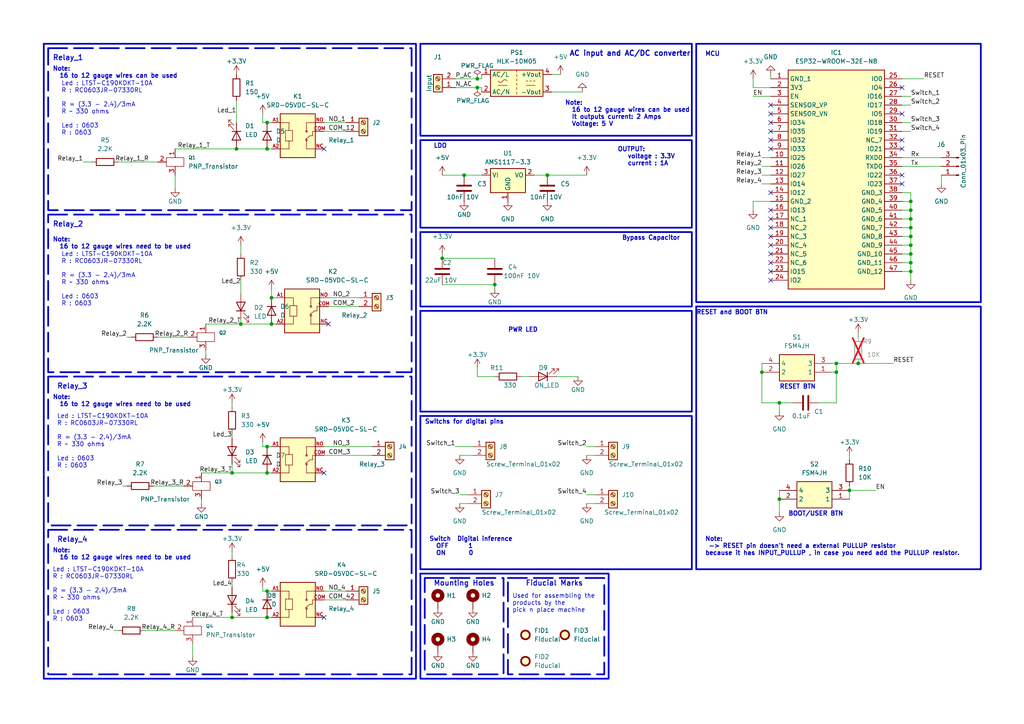
<source format=kicad_sch>
(kicad_sch (version 20230121) (generator eeschema)
  (paper "A4")
  (title_block (title "ESP32_Relay") (date "2024-04-05") (rev "Version : 1") (company "lipson's lab"))
  (lib_symbols
    (symbol "Connector:Conn_01x03_Pin" (pin_names (offset 1.016) hide)
      (property "Reference" "J" (at 0 5.08 0))
      (property "Value" "Conn_01x03_Pin" (at 0 -5.08 0))
      (symbol "Conn_01x03_Pin_1_1"
        (pin passive line (at 5.08 2.54 180) (length 3.81) (name "Pin_1") (number "1"))
        (pin passive line (at 5.08 0 180) (length 3.81) (name "Pin_2") (number "2"))
        (pin passive line (at 5.08 -2.54 180) (length 3.81) (name "Pin_3") (number "3"))
      )
    )
    (symbol "Connector:Screw_Terminal_01x02" (pin_names (offset 1.016) hide)
      (property "Reference" "J" (at 0 2.54 0))
      (property "Value" "Screw_Terminal_01x02" (at 0 -5.08 0))
      (symbol "Screw_Terminal_01x02_1_1"
        (pin passive line (at -5.08 0 0) (length 3.81) (name "Pin_1") (number "1"))
        (pin passive line (at -5.08 -2.54 0) (length 3.81) (name "Pin_2") (number "2"))
      )
    )
    (symbol "Converter_ACDC:HLK-10M05"
      (property "Reference" "PS" (at 0 5.08 0))
      (property "Value" "HLK-10M05" (at 0 -5.08 0))
      (symbol "HLK-10M05_1_1"
        (pin power_in line (at -10.16 2.54 0) (length 2.54) (name "AC/L") (number "1"))
        (pin power_in line (at -10.16 -2.54 0) (length 2.54) (name "AC/N") (number "2"))
        (pin power_out line (at 10.16 -2.54 180) (length 2.54) (name "-Vout") (number "3"))
        (pin power_out line (at 10.16 2.54 180) (length 2.54) (name "+Vout") (number "4"))
      )
    )
    (symbol "Device:C" (pin_numbers hide) (pin_names (offset 0.254))
      (property "Reference" "C" (at 0.635 2.54 0))
      (property "Value" "C" (at 0.635 -2.54 0))
      (symbol "C_1_1"
        (pin passive line (at 0 3.81 270) (length 2.794) (name "~") (number "1"))
        (pin passive line (at 0 -3.81 90) (length 2.794) (name "~") (number "2"))
      )
    )
    (symbol "Device:D" (pin_numbers hide) (pin_names (offset 1.016) hide)
      (property "Reference" "D" (at 0 2.54 0))
      (property "Value" "D" (at 0 -2.54 0))
      (symbol "D_1_1"
        (pin passive line (at -3.81 0 0) (length 2.54) (name "K") (number "1"))
        (pin passive line (at 3.81 0 180) (length 2.54) (name "A") (number "2"))
      )
    )
    (symbol "Device:LED" (pin_numbers hide) (pin_names (offset 1.016) hide)
      (property "Reference" "D" (at 0 2.54 0))
      (property "Value" "LED" (at 0 -2.54 0))
      (symbol "LED_1_1"
        (pin passive line (at -3.81 0 0) (length 2.54) (name "K") (number "1"))
        (pin passive line (at 3.81 0 180) (length 2.54) (name "A") (number "2"))
      )
    )
    (symbol "Device:R" (pin_numbers hide) (pin_names (offset 0))
      (property "Reference" "R" (at 2.032 0 90))
      (property "Value" "R" (at 0 0 90))
      (symbol "R_1_1"
        (pin passive line (at 0 3.81 270) (length 1.27) (name "~") (number "1"))
        (pin passive line (at 0 -3.81 90) (length 1.27) (name "~") (number "2"))
      )
    )
    (symbol "ESP32-WROOM-32E-N8:ESP32-WROOM-32E-N8"
      (property "Reference" "IC" (at 34.29 7.62 0))
      (property "Value" "ESP32-WROOM-32E-N8" (at 34.29 5.08 0))
      (symbol "ESP32-WROOM-32E-N8_1_1"
        (pin passive line (at 0 0 0) (length 5.08) (name "GND_1") (number "1"))
        (pin passive line (at 0 -22.86 0) (length 5.08) (name "IO25") (number "10"))
        (pin passive line (at 0 -25.4 0) (length 5.08) (name "IO26") (number "11"))
        (pin passive line (at 0 -27.94 0) (length 5.08) (name "IO27") (number "12"))
        (pin passive line (at 0 -30.48 0) (length 5.08) (name "IO14") (number "13"))
        (pin passive line (at 0 -33.02 0) (length 5.08) (name "IO12") (number "14"))
        (pin passive line (at 0 -35.56 0) (length 5.08) (name "GND_2") (number "15"))
        (pin passive line (at 0 -38.1 0) (length 5.08) (name "IO13") (number "16"))
        (pin passive line (at 0 -40.64 0) (length 5.08) (name "NC_1") (number "17"))
        (pin passive line (at 0 -43.18 0) (length 5.08) (name "NC_2") (number "18"))
        (pin passive line (at 0 -45.72 0) (length 5.08) (name "NC_3") (number "19"))
        (pin passive line (at 0 -2.54 0) (length 5.08) (name "3V3") (number "2"))
        (pin passive line (at 0 -48.26 0) (length 5.08) (name "NC_4") (number "20"))
        (pin passive line (at 0 -50.8 0) (length 5.08) (name "NC_5") (number "21"))
        (pin passive line (at 0 -53.34 0) (length 5.08) (name "NC_6") (number "22"))
        (pin passive line (at 0 -55.88 0) (length 5.08) (name "IO15") (number "23"))
        (pin passive line (at 0 -58.42 0) (length 5.08) (name "IO2") (number "24"))
        (pin passive line (at 38.1 0 180) (length 5.08) (name "IO0") (number "25"))
        (pin passive line (at 38.1 -2.54 180) (length 5.08) (name "IO4") (number "26"))
        (pin passive line (at 38.1 -5.08 180) (length 5.08) (name "IO16") (number "27"))
        (pin passive line (at 38.1 -7.62 180) (length 5.08) (name "IO17") (number "28"))
        (pin passive line (at 38.1 -10.16 180) (length 5.08) (name "IO5") (number "29"))
        (pin passive line (at 0 -5.08 0) (length 5.08) (name "EN") (number "3"))
        (pin passive line (at 38.1 -12.7 180) (length 5.08) (name "IO18") (number "30"))
        (pin passive line (at 38.1 -15.24 180) (length 5.08) (name "IO19") (number "31"))
        (pin passive line (at 38.1 -17.78 180) (length 5.08) (name "NC_7") (number "32"))
        (pin passive line (at 38.1 -20.32 180) (length 5.08) (name "IO21") (number "33"))
        (pin passive line (at 38.1 -22.86 180) (length 5.08) (name "RXD0") (number "34"))
        (pin passive line (at 38.1 -25.4 180) (length 5.08) (name "TXD0") (number "35"))
        (pin passive line (at 38.1 -27.94 180) (length 5.08) (name "IO22") (number "36"))
        (pin passive line (at 38.1 -30.48 180) (length 5.08) (name "IO23") (number "37"))
        (pin passive line (at 38.1 -33.02 180) (length 5.08) (name "GND_3") (number "38"))
        (pin passive line (at 38.1 -35.56 180) (length 5.08) (name "GND_4") (number "39"))
        (pin passive line (at 0 -7.62 0) (length 5.08) (name "SENSOR_VP") (number "4"))
        (pin passive line (at 38.1 -38.1 180) (length 5.08) (name "GND_5") (number "40"))
        (pin passive line (at 38.1 -40.64 180) (length 5.08) (name "GND_6") (number "41"))
        (pin passive line (at 38.1 -43.18 180) (length 5.08) (name "GND_7") (number "42"))
        (pin passive line (at 38.1 -45.72 180) (length 5.08) (name "GND_8") (number "43"))
        (pin passive line (at 38.1 -48.26 180) (length 5.08) (name "GND_9") (number "44"))
        (pin passive line (at 38.1 -50.8 180) (length 5.08) (name "GND_10") (number "45"))
        (pin passive line (at 38.1 -53.34 180) (length 5.08) (name "GND_11") (number "46"))
        (pin passive line (at 38.1 -55.88 180) (length 5.08) (name "GND_12") (number "47"))
        (pin passive line (at 0 -10.16 0) (length 5.08) (name "SENSOR_VN") (number "5"))
        (pin passive line (at 0 -12.7 0) (length 5.08) (name "IO34") (number "6"))
        (pin passive line (at 0 -15.24 0) (length 5.08) (name "IO35") (number "7"))
        (pin passive line (at 0 -17.78 0) (length 5.08) (name "IO32") (number "8"))
        (pin passive line (at 0 -20.32 0) (length 5.08) (name "IO33") (number "9"))
      )
    )
    (symbol "FSM4JH:FSM4JH"
      (property "Reference" "S" (at 16.51 7.62 0))
      (property "Value" "FSM4JH" (at 16.51 5.08 0))
      (symbol "FSM4JH_1_1"
        (pin passive line (at 0 0 0) (length 5.08) (name "1") (number "1"))
        (pin passive line (at 20.32 0 180) (length 5.08) (name "2") (number "2"))
        (pin passive line (at 0 -2.54 0) (length 5.08) (name "3") (number "3"))
        (pin passive line (at 20.32 -2.54 180) (length 5.08) (name "4") (number "4"))
      )
    )
    (symbol "Mechanical:Fiducial"
      (property "Reference" "FID" (at 0 5.08 0))
      (property "Value" "Fiducial" (at 0 3.175 0))
    )
    (symbol "Mechanical:MountingHole_Pad" (pin_numbers hide) (pin_names (offset 1.016) hide)
      (property "Reference" "H" (at 0 6.35 0))
      (property "Value" "MountingHole_Pad" (at 0 4.445 0))
      (symbol "MountingHole_Pad_1_1"
        (pin input line (at 0 -2.54 90) (length 2.54) (name "1") (number "1"))
      )
    )
    (symbol "Regulator_Linear:AMS1117-3.3"
      (property "Reference" "U" (at -3.81 3.175 0))
      (property "Value" "AMS1117-3.3" (at 0 3.175 0))
      (symbol "AMS1117-3.3_1_1"
        (pin power_in line (at 0 -7.62 90) (length 2.54) (name "GND") (number "1"))
        (pin power_out line (at 7.62 0 180) (length 2.54) (name "VO") (number "2"))
        (pin power_in line (at -7.62 0 0) (length 2.54) (name "VI") (number "3"))
      )
    )
    (symbol "S8550 2TY_PNP_SOT-23_SMD:S8550_2TY_PNP"
      (property "Reference" "Q" (at 1.27 2.54 0))
      (property "Value" "PNP_Transistor" (at 0 -11.43 0))
      (symbol "S8550_2TY_PNP_1_1"
        (pin passive line (at 0 3.81 270) (length 2.54) (name "") (number "1"))
        (pin passive line (at -5.08 0 0) (length 2.54) (name "") (number "2"))
        (pin passive line (at 0 -3.81 90) (length 2.54) (name "") (number "3"))
      )
    )
    (symbol "SRD-05VDC-SL-C:SRD-05VDC-SL-C" (pin_names (offset 1.016))
      (property "Reference" "K" (at -5.0809 5.843 0))
      (property "Value" "SRD-05VDC-SL-C" (at -5.0832 -10.1664 0))
      (symbol "SRD-05VDC-SL-C_0_0"
        (pin passive line (at -7.62 2.54 0) (length 2.54) (name "~") (number "A1"))
        (pin passive line (at -7.62 -5.08 0) (length 2.54) (name "~") (number "A2"))
        (pin passive line (at 7.62 0 180) (length 2.54) (name "~") (number "COM"))
        (pin passive line (at 7.62 -5.08 180) (length 2.54) (name "~") (number "NC"))
        (pin passive line (at 7.62 2.54 180) (length 2.54) (name "~") (number "NO"))
      )
    )
    (symbol "power:+3.3V" (power) (pin_names (offset 0))
      (property "Value" "+3.3V" (at 0 3.556 0))
      (symbol "+3.3V_1_1"
        (pin power_in line (at 0 0 90) (length 0) hide (name "+3.3V") (number "1"))
      )
    )
    (symbol "power:+5V" (power) (pin_names (offset 0))
      (property "Value" "+5V" (at 0 3.556 0))
      (symbol "+5V_1_1"
        (pin power_in line (at 0 0 90) (length 0) hide (name "+5V") (number "1"))
      )
    )
    (symbol "power:GND" (power) (pin_names (offset 0))
      (property "Value" "GND" (at 0 -3.81 0))
      (symbol "GND_1_1"
        (pin power_in line (at 0 0 270) (length 0) hide (name "GND") (number "1"))
      )
    )
    (symbol "power:PWR_FLAG" (power) (pin_numbers hide) (pin_names (offset 0) hide)
      (property "Value" "PWR_FLAG" (at 0 3.81 0))
      (symbol "PWR_FLAG_0_0"
        (pin power_out line (at 0 0 90) (length 0) (name "pwr") (number "1"))
      )
    )
  )
  (junction (at 143.51 82.55))
  (junction (at 246.38 142.24))
  (junction (at 264.16 78.74))
  (junction (at 264.16 71.12))
  (junction (at 69.85 93.98))
  (junction (at 264.16 60.96))
  (junction (at 242.57 105.41))
  (junction (at 264.16 63.5))
  (junction (at 264.16 58.42))
  (junction (at 77.47 171.45))
  (junction (at 248.92 105.41))
  (junction (at 134.62 50.8))
  (junction (at 138.43 25.4))
  (junction (at 77.47 137.16))
  (junction (at 67.31 137.16))
  (junction (at 226.06 116.84))
  (junction (at 78.74 93.98))
  (junction (at 158.75 50.8))
  (junction (at 77.47 129.54))
  (junction (at 264.16 66.04))
  (junction (at 128.27 74.93))
  (junction (at 138.43 22.86))
  (junction (at 264.16 68.58))
  (junction (at 226.06 144.78))
  (junction (at 67.31 179.07))
  (junction (at 264.16 73.66))
  (junction (at 77.47 179.07))
  (junction (at 264.16 76.2))
  (junction (at 77.47 43.18))
  (junction (at 220.98 107.95))
  (junction (at 68.58 43.18))
  (junction (at 77.47 35.56))
  (junction (at 242.57 107.95))
  (junction (at 78.74 86.36))
  (no_connect (at 223.52 71.12))
  (no_connect (at 223.52 30.48))
  (no_connect (at 223.52 38.1))
  (no_connect (at 95.25 93.98))
  (no_connect (at 223.52 35.56))
  (no_connect (at 261.62 50.8))
  (no_connect (at 223.52 63.5))
  (no_connect (at 261.62 53.34))
  (no_connect (at 93.98 43.18))
  (no_connect (at 223.52 40.64))
  (no_connect (at 223.52 73.66))
  (no_connect (at 93.98 137.16))
  (no_connect (at 223.52 60.96))
  (no_connect (at 223.52 55.88))
  (no_connect (at 223.52 78.74))
  (no_connect (at 261.62 40.64))
  (no_connect (at 223.52 43.18))
  (no_connect (at 261.62 25.4))
  (no_connect (at 223.52 68.58))
  (no_connect (at 261.62 43.18))
  (no_connect (at 93.98 179.07))
  (no_connect (at 223.52 33.02))
  (no_connect (at 223.52 76.2))
  (no_connect (at 223.52 66.04))
  (no_connect (at 223.52 81.28))
  (no_connect (at 261.62 33.02))
  (wire (pts (xy 226.06 116.84) (xy 226.06 119.38)))
  (wire (pts (xy 261.62 38.1) (xy 264.16 38.1)))
  (wire (pts (xy 226.06 142.24) (xy 226.06 144.78)))
  (wire (pts (xy 229.87 116.84) (xy 226.06 116.84)))
  (wire (pts (xy 273.05 50.8) (xy 273.05 53.34)))
  (wire (pts (xy 220.98 107.95) (xy 220.98 116.84)))
  (wire (pts (xy 220.98 45.72) (xy 223.52 45.72)))
  (wire (pts (xy 264.16 73.66) (xy 264.16 76.2)))
  (wire (pts (xy 170.18 132.08) (xy 172.72 132.08)))
  (wire (pts (xy 67.31 137.16) (xy 77.47 137.16)))
  (wire (pts (xy 69.85 81.28) (xy 69.85 85.09)))
  (wire (pts (xy 33.02 182.88) (xy 34.29 182.88)))
  (wire (pts (xy 261.62 30.48) (xy 264.16 30.48)))
  (wire (pts (xy 59.69 93.98) (xy 69.85 93.98)))
  (wire (pts (xy 242.57 107.95) (xy 242.57 105.41)))
  (wire (pts (xy 58.42 137.16) (xy 67.31 137.16)))
  (wire (pts (xy 261.62 63.5) (xy 264.16 63.5)))
  (wire (pts (xy 242.57 105.41) (xy 248.92 105.41)))
  (wire (pts (xy 161.29 109.22) (xy 167.64 109.22)))
  (wire (pts (xy 218.44 60.96) (xy 218.44 58.42)))
  (wire (pts (xy 93.98 38.1) (xy 100.33 38.1)))
  (wire (pts (xy 78.74 86.36) (xy 80.01 86.36)))
  (wire (pts (xy 45.72 97.79) (xy 54.61 97.79)))
  (wire (pts (xy 69.85 71.12) (xy 69.85 73.66)))
  (wire (pts (xy 133.35 132.08) (xy 137.16 132.08)))
  (wire (pts (xy 170.18 129.54) (xy 172.72 129.54)))
  (wire (pts (xy 95.25 86.36) (xy 104.14 86.36)))
  (wire (pts (xy 220.98 48.26) (xy 223.52 48.26)))
  (wire (pts (xy 93.98 35.56) (xy 100.33 35.56)))
  (wire (pts (xy 50.8 50.8) (xy 50.8 54.61)))
  (wire (pts (xy 58.42 146.05) (xy 58.42 144.78)))
  (wire (pts (xy 139.7 25.4) (xy 139.7 26.67)))
  (wire (pts (xy 261.62 68.58) (xy 264.16 68.58)))
  (wire (pts (xy 261.62 58.42) (xy 264.16 58.42)))
  (wire (pts (xy 67.31 125.73) (xy 67.31 127)))
  (wire (pts (xy 261.62 22.86) (xy 267.97 22.86)))
  (wire (pts (xy 76.2 129.54) (xy 77.47 129.54)))
  (wire (pts (xy 246.38 140.97) (xy 246.38 142.24)))
  (wire (pts (xy 170.18 146.05) (xy 172.72 146.05)))
  (wire (pts (xy 78.74 93.98) (xy 80.01 93.98)))
  (wire (pts (xy 261.62 55.88) (xy 264.16 55.88)))
  (wire (pts (xy 36.83 97.79) (xy 38.1 97.79)))
  (wire (pts (xy 133.35 146.05) (xy 135.89 146.05)))
  (wire (pts (xy 67.31 177.8) (xy 67.31 179.07)))
  (wire (pts (xy 128.27 74.93) (xy 143.51 74.93)))
  (wire (pts (xy 77.47 43.18) (xy 78.74 43.18)))
  (wire (pts (xy 248.92 96.52) (xy 248.92 97.79)))
  (wire (pts (xy 261.62 78.74) (xy 264.16 78.74)))
  (wire (pts (xy 77.47 179.07) (xy 78.74 179.07)))
  (wire (pts (xy 134.62 50.8) (xy 139.7 50.8)))
  (wire (pts (xy 132.08 25.4) (xy 138.43 25.4)))
  (wire (pts (xy 237.49 116.84) (xy 242.57 116.84)))
  (wire (pts (xy 69.85 93.98) (xy 78.74 93.98)))
  (wire (pts (xy 138.43 25.4) (xy 139.7 25.4)))
  (wire (pts (xy 162.56 21.59) (xy 160.02 21.59)))
  (wire (pts (xy 138.43 109.22) (xy 143.51 109.22)))
  (wire (pts (xy 76.2 170.18) (xy 76.2 171.45)))
  (wire (pts (xy 35.56 140.97) (xy 36.83 140.97)))
  (wire (pts (xy 246.38 142.24) (xy 246.38 144.78)))
  (wire (pts (xy 68.58 29.21) (xy 68.58 35.56)))
  (wire (pts (xy 50.8 43.18) (xy 68.58 43.18)))
  (wire (pts (xy 44.45 140.97) (xy 53.34 140.97)))
  (wire (pts (xy 218.44 22.86) (xy 218.44 25.4)))
  (wire (pts (xy 76.2 33.02) (xy 76.2 35.56)))
  (wire (pts (xy 241.3 105.41) (xy 242.57 105.41)))
  (wire (pts (xy 261.62 71.12) (xy 264.16 71.12)))
  (wire (pts (xy 128.27 50.8) (xy 134.62 50.8)))
  (wire (pts (xy 242.57 116.84) (xy 242.57 107.95)))
  (wire (pts (xy 264.16 55.88) (xy 264.16 58.42)))
  (wire (pts (xy 78.74 83.82) (xy 78.74 86.36)))
  (wire (pts (xy 95.25 88.9) (xy 104.14 88.9)))
  (wire (pts (xy 77.47 35.56) (xy 78.74 35.56)))
  (wire (pts (xy 77.47 137.16) (xy 78.74 137.16)))
  (wire (pts (xy 139.7 22.86) (xy 139.7 21.59)))
  (wire (pts (xy 154.94 50.8) (xy 158.75 50.8)))
  (wire (pts (xy 67.31 179.07) (xy 77.47 179.07)))
  (wire (pts (xy 261.62 27.94) (xy 264.16 27.94)))
  (wire (pts (xy 264.16 68.58) (xy 264.16 71.12)))
  (wire (pts (xy 261.62 45.72) (xy 273.05 45.72)))
  (wire (pts (xy 77.47 171.45) (xy 78.74 171.45)))
  (wire (pts (xy 218.44 58.42) (xy 223.52 58.42)))
  (wire (pts (xy 170.18 143.51) (xy 172.72 143.51)))
  (wire (pts (xy 128.27 82.55) (xy 143.51 82.55)))
  (wire (pts (xy 261.62 66.04) (xy 264.16 66.04)))
  (wire (pts (xy 67.31 168.91) (xy 67.31 170.18)))
  (wire (pts (xy 264.16 58.42) (xy 264.16 60.96)))
  (wire (pts (xy 76.2 128.27) (xy 76.2 129.54)))
  (wire (pts (xy 220.98 50.8) (xy 223.52 50.8)))
  (wire (pts (xy 138.43 22.86) (xy 139.7 22.86)))
  (wire (pts (xy 226.06 144.78) (xy 226.06 148.59)))
  (wire (pts (xy 67.31 161.29) (xy 67.31 160.02)))
  (wire (pts (xy 261.62 35.56) (xy 264.16 35.56)))
  (wire (pts (xy 68.58 43.18) (xy 77.47 43.18)))
  (wire (pts (xy 69.85 92.71) (xy 69.85 93.98)))
  (wire (pts (xy 264.16 63.5) (xy 264.16 66.04)))
  (wire (pts (xy 223.52 21.59) (xy 223.52 22.86)))
  (wire (pts (xy 241.3 107.95) (xy 242.57 107.95)))
  (wire (pts (xy 67.31 134.62) (xy 67.31 137.16)))
  (wire (pts (xy 261.62 60.96) (xy 264.16 60.96)))
  (wire (pts (xy 132.08 129.54) (xy 137.16 129.54)))
  (wire (pts (xy 160.02 26.67) (xy 168.91 26.67)))
  (wire (pts (xy 218.44 25.4) (xy 223.52 25.4)))
  (wire (pts (xy 128.27 73.66) (xy 128.27 74.93)))
  (wire (pts (xy 55.88 186.69) (xy 55.88 190.5)))
  (wire (pts (xy 220.98 116.84) (xy 226.06 116.84)))
  (wire (pts (xy 24.13 46.99) (xy 26.67 46.99)))
  (wire (pts (xy 220.98 53.34) (xy 223.52 53.34)))
  (wire (pts (xy 248.92 105.41) (xy 259.08 105.41)))
  (wire (pts (xy 264.16 76.2) (xy 264.16 78.74)))
  (wire (pts (xy 138.43 106.68) (xy 138.43 109.22)))
  (wire (pts (xy 34.29 46.99) (xy 45.72 46.99)))
  (wire (pts (xy 218.44 27.94) (xy 223.52 27.94)))
  (wire (pts (xy 151.13 109.22) (xy 153.67 109.22)))
  (wire (pts (xy 158.75 50.8) (xy 170.18 50.8)))
  (wire (pts (xy 220.98 105.41) (xy 220.98 107.95)))
  (wire (pts (xy 76.2 171.45) (xy 77.47 171.45)))
  (wire (pts (xy 143.51 83.82) (xy 143.51 82.55)))
  (wire (pts (xy 76.2 35.56) (xy 77.47 35.56)))
  (wire (pts (xy 264.16 60.96) (xy 264.16 63.5)))
  (wire (pts (xy 261.62 76.2) (xy 264.16 76.2)))
  (wire (pts (xy 264.16 78.74) (xy 264.16 81.28)))
  (wire (pts (xy 77.47 129.54) (xy 78.74 129.54)))
  (wire (pts (xy 93.98 173.99) (xy 100.33 173.99)))
  (wire (pts (xy 261.62 48.26) (xy 273.05 48.26)))
  (wire (pts (xy 55.88 179.07) (xy 67.31 179.07)))
  (wire (pts (xy 41.91 182.88) (xy 50.8 182.88)))
  (wire (pts (xy 246.38 133.35) (xy 246.38 132.08)))
  (wire (pts (xy 264.16 66.04) (xy 264.16 68.58)))
  (wire (pts (xy 261.62 73.66) (xy 264.16 73.66)))
  (wire (pts (xy 93.98 132.08) (xy 107.95 132.08)))
  (wire (pts (xy 59.69 101.6) (xy 59.69 102.87)))
  (wire (pts (xy 93.98 171.45) (xy 100.33 171.45)))
  (wire (pts (xy 93.98 129.54) (xy 107.95 129.54)))
  (wire (pts (xy 254 142.24) (xy 246.38 142.24)))
  (wire (pts (xy 133.35 143.51) (xy 135.89 143.51)))
  (wire (pts (xy 132.08 22.86) (xy 138.43 22.86)))
  (wire (pts (xy 67.31 116.84) (xy 67.31 118.11)))
  (wire (pts (xy 264.16 71.12) (xy 264.16 73.66)))
  (rectangle (start 201.93 88.9) (end 284.48 165.1) (stroke (width 0.5)))
  (rectangle (start 121.92 90.17) (end 200.66 119.38) (stroke (width 0.5)))
  (rectangle (start 147.32 167.64) (end 175.26 195.58) (stroke (width 0.5) (type dash)))
  (rectangle (start 121.92 120.65) (end 200.66 165.1) (stroke (width 0.5)))
  (rectangle (start 121.92 67.31) (end 200.66 88.9) (stroke (width 0.5)))
  (rectangle (start 121.92 12.7) (end 200.66 39.37) (stroke (width 0.5)))
  (rectangle (start 13.97 13.97) (end 119.38 60.96) (stroke (width 0.5) (type dash)))
  (rectangle (start 13.97 153.67) (end 119.38 195.58) (stroke (width 0.5) (type dash)))
  (rectangle (start 121.92 166.37) (end 176.53 196.85) (stroke (width 0.5)))
  (rectangle (start 12.7 12.7) (end 120.65 196.85) (stroke (width 0.5)))
  (rectangle (start 201.93 12.7) (end 284.48 87.63) (stroke (width 0.5)))
  (rectangle (start 13.97 62.23) (end 119.38 107.95) (stroke (width 0.5) (type dash)))
  (rectangle (start 123.19 167.64) (end 146.05 195.58) (stroke (width 0.5) (type dash)))
  (rectangle (start 13.97 109.22) (end 119.38 152.4) (stroke (width 0.5) (type dash)))
  (rectangle (start 121.92 40.64) (end 200.66 66.04) (stroke (width 0.5)))
  (text "Note:\n -> RESET pin doesn't need a external PULLUP resistor \nbecause it has INPUT_PULLUP , in case you need add the PULLUP resistor." (at 204.47 161.29 0) (effects (font (size 1.27 1.27) bold) (justify left bottom)))
  (text "Relay_4\n" (at 16.51 157.48 0) (effects (font (size 1.5 1.5) (thickness 0.254) bold) (justify left bottom)))
  (text "Led : LTST-C190KDKT-10A\nR : RC0603JR-07330RL\n\nR = (3.3 - 2.4)/3mA \nR ~ 330 ohms\n\nLed : 0603\nR : 0603\n" (at 17.78 88.9 0) (effects (font (size 1.27 1.27)) (justify left bottom)))
  (text "Led : LTST-C190KDKT-10A\nR : RC0603JR-07330RL\n\nR = (3.3 - 2.4)/3mA \nR ~ 330 ohms\n\nLed : 0603\nR : 0603\n" (at 16.51 135.89 0) (effects (font (size 1.27 1.27)) (justify left bottom)))
  (text "Relay_3\n" (at 16.51 113.03 0) (effects (font (size 1.5 1.5) (thickness 0.254) bold) (justify left bottom)))
  (text "Relay_1\n" (at 15.24 17.78 0) (effects (font (size 1.5 1.5) (thickness 0.254) bold) (justify left bottom)))
  (text "Used for assembling the \nproducts by the \npick n place machine" (at 148.59 177.8 0) (effects (font (size 1.27 1.27)) (justify left bottom)))
  (text "AC input and AC/DC converter\n" (at 165.1 16.51 0) (effects (font (size 1.5 1.5) (thickness 0.3) bold) (justify left bottom)))
  (text "OUTPUT:\n   voltage : 3.3V\n   current : 1A\n" (at 179.07 48.26 0) (effects (font (size 1.27 1.27) bold) (justify left bottom)))
  (text "PWR LED" (at 147.32 96.52 0) (effects (font (size 1.27 1.27) (thickness 0.254) bold) (justify left bottom)))
  (text "Fiducial Marks" (at 152.4 170.18 0) (effects (font (size 1.5 1.5) (thickness 0.254) bold) (justify left bottom)))
  (text "Relay_2\n" (at 15.24 66.04 0) (effects (font (size 1.5 1.5) (thickness 0.254) bold) (justify left bottom)))
  (text "Switch  Digital inference\n  OFF      1\n  ON       0" (at 124.46 161.29 0) (effects (font (size 1.27 1.27) bold) (justify left bottom)))
  (text "Note:\n  16 to 12 gauge wires need to be used\n" (at 15.24 162.56 0) (effects (font (size 1.27 1.27) (thickness 0.254) bold) (justify left bottom)))
  (text "RESET BTN\n" (at 226.06 113.03 0) (effects (font (size 1.27 1.27) bold) (justify left bottom)))
  (text "RESET and BOOT BTN" (at 201.93 91.44 0) (effects (font (size 1.27 1.27) bold) (justify left bottom)))
  (text "Led : LTST-C190KDKT-10A\nR : RC0603JR-07330RL\n\nR = (3.3 - 2.4)/3mA \nR ~ 330 ohms\n\nLed : 0603\nR : 0603\n" (at 15.24 180.34 0) (effects (font (size 1.27 1.27)) (justify left bottom)))
  (text "Led : LTST-C190KDKT-10A\nR : RC0603JR-07330RL\n\nR = (3.3 - 2.4)/3mA \nR ~ 330 ohms\n\nLed : 0603\nR : 0603\n" (at 17.78 39.37 0) (effects (font (size 1.27 1.27)) (justify left bottom)))
  (text "Switchs for digital pins " (at 123.19 123.19 0) (effects (font (size 1.27 1.27) (thickness 0.254) bold) (justify left bottom)))
  (text "Note:\n  16 to 12 gauge wires can be used\n  It outputs current: 2 Amps\n  Voltage: 5 V" (at 163.83 36.83 0) (effects (font (size 1.27 1.27) bold) (justify left bottom)))
  (text "Note:\n  16 to 12 gauge wires can be used\n" (at 15.24 22.86 0) (effects (font (size 1.27 1.27) (thickness 0.254) bold) (justify left bottom)))
  (text "Mounting Holes" (at 125.73 170.18 0) (effects (font (size 1.5 1.5) (thickness 0.254) bold) (justify left bottom)))
  (text "Note:\n  16 to 12 gauge wires need to be used\n" (at 15.24 72.39 0) (effects (font (size 1.27 1.27) (thickness 0.254) bold) (justify left bottom)))
  (text "Bypass Capacitor\n" (at 180.34 69.85 0) (effects (font (size 1.27 1.27) bold) (justify left bottom)))
  (text "MCU\n" (at 204.47 16.51 0) (effects (font (size 1.27 1.27) (thickness 0.254) bold) (justify left bottom)))
  (text "LDO\n" (at 125.73 43.18 0) (effects (font (size 1.27 1.27) bold) (justify left bottom)))
  (text "Note:\n  16 to 12 gauge wires need to be used\n" (at 15.24 118.11 0) (effects (font (size 1.27 1.27) (thickness 0.254) bold) (justify left bottom)))
  (text "BOOT/USER BTN" (at 228.6 149.86 0) (effects (font (size 1.27 1.27) bold) (justify left bottom)))
  (label "Relay_2" (at 36.83 97.79 180))
  (label "Switch_4" (at 170.18 143.51 180))
  (label "EN" (at 218.44 27.94 0))
  (label "COM_2" (at 96.52 88.9 0))
  (label "NO_3" (at 96.52 129.54 0))
  (label "Relay_4_T" (at 64.77 179.07 180))
  (label "Relay_2" (at 220.98 48.26 180))
  (label "Led_4" (at 67.31 170.18 180))
  (label "COM_4" (at 95.25 173.99 0))
  (label "Switch_3" (at 264.16 35.56 0))
  (label "Relay_1_T" (at 60.96 43.18 180))
  (label "Relay_3_R" (at 53.34 140.97 180))
  (label "Switch_3" (at 133.35 143.51 180))
  (label "Switch_4" (at 264.16 38.1 0))
  (label "RESET" (at 267.97 22.86 0))
  (label "Switch_2" (at 264.16 30.48 0))
  (label "Relay_3" (at 35.56 140.97 180))
  (label "Relay_1" (at 220.98 45.72 180))
  (label "Led_1" (at 68.58 33.02 180))
  (label "Tx" (at 264.16 48.26 0))
  (label "Relay_1_R" (at 43.18 46.99 180))
  (label "Relay_2_T" (at 69.85 93.98 180))
  (label "Relay_3_T" (at 67.31 137.16 180))
  (label "COM_3" (at 95.25 132.08 0))
  (label "Relay_4" (at 220.98 53.34 180))
  (label "Switch_1" (at 264.16 27.94 0))
  (label "Relay_4_R" (at 50.8 182.88 180))
  (label "Switch_1" (at 132.08 129.54 180))
  (label "Led_2" (at 69.85 82.55 180))
  (label "Relay_3" (at 220.98 50.8 180))
  (label "N_AC" (at 132.08 25.4 0))
  (label "Relay_1" (at 24.13 46.99 180))
  (label "Switch_2" (at 170.18 129.54 180))
  (label "Relay_2_R" (at 54.61 97.79 180))
  (label "RESET" (at 259.08 105.41 0))
  (label "NO_1" (at 95.25 35.56 0))
  (label "NO_4" (at 95.25 171.45 0))
  (label "COM_1" (at 95.25 38.1 0))
  (label "EN" (at 254 142.24 0))
  (label "Led_3" (at 67.31 127 180))
  (label "Relay_4" (at 33.02 182.88 180))
  (label "Rx" (at 264.16 45.72 0))
  (label "P_AC" (at 132.08 22.86 0))
  (label "NO_2" (at 96.52 86.36 0))
  (symbol (lib_id "power:GND") (at 167.64 109.22 0) (unit 1)
    (property "Reference" "#PWR036" (effects hide))
    (property "Value" "GND" (at 167.64 113.03 0))
  )
  (symbol (lib_id "power:GND") (at 50.8 54.61 0) (unit 1)
    (property "Reference" "#PWR07" (effects hide))
    (property "Value" "GND" (at 50.8 58.42 0))
  )
  (symbol (lib_id "Device:R") (at 30.48 46.99 270) (unit 1)
    (property "Reference" "R5" (at 30.48 40.64 90))
    (property "Value" "2.2K" (at 30.48 43.18 90))
    (property "Footprint" "Resistor_SMD:R_0805_2012Metric" (effects hide))
    (property "Datasheet" "https://www.vishay.com/docs/20035/dcrcwe3.pdf" (effects hide))
    (property "10 pcs" "2.08" (effects hide))
    (property "Availability" "Stock , Mouser" (effects hide))
    (property "Description" "Thick Film Resistors - SMD 1/8watt 2.2Kohms 1% 100ppm" (effects hide))
    (property "Manufacturer_Name" "Vishay / Dale" (effects hide))
    (property "Manufacturer_Part_Number" "CRCW08052K20FKEA" (effects hide))
    (property "Price" "8.30" (effects hide))
  )
  (symbol (lib_id "power:GND") (at 137.16 176.53 0) (unit 1)
    (property "Reference" "#PWR039" (effects hide))
    (property "Value" "GND" (at 137.16 180.34 0))
  )
  (symbol (lib_id "Device:C") (at 233.68 116.84 90) (unit 1)
    (property "Reference" "C1" (at 237.49 119.38 90))
    (property "Value" "0.1uF" (at 232.41 120.65 90))
    (property "Footprint" "Capacitor_SMD:C_0805_2012Metric" (effects hide))
    (property "Datasheet" "https://www.mouser.in/datasheet/2/447/KEM_C1002_X7R_SMD-3316098.pdf" (effects hide))
    (property "10 pcs" "6.72" (effects hide))
    (property "Availability" "Stock  , Mouser" (effects hide))
    (property "Description" "Multilayer Ceramic Capacitors MLCC - SMD/SMT 10V 0.1uF X7R 0805 5%" (effects hide))
    (property "Manufacturer_Name" "KEMET" (effects hide))
    (property "Manufacturer_Part_Number" "C0805C104J8RACTU" (effects hide))
    (property "Price" "8.30" (effects hide))
  )
  (symbol (lib_id "Device:R") (at 41.91 97.79 90) (unit 1)
    (property "Reference" "R6" (at 41.91 91.44 90))
    (property "Value" "2.2K" (at 41.91 93.98 90))
    (property "Footprint" "Resistor_SMD:R_0805_2012Metric" (effects hide))
    (property "Datasheet" "https://www.vishay.com/docs/20035/dcrcwe3.pdf" (effects hide))
    (property "10 pcs" "2.08" (effects hide))
    (property "Availability" "Stock , Mouser" (effects hide))
    (property "Description" "Thick Film Resistors - SMD 1/8watt 2.2Kohms 1% 100ppm" (effects hide))
    (property "Manufacturer_Name" "Vishay / Dale" (effects hide))
    (property "Manufacturer_Part_Number" "CRCW08052K20FKEA" (effects hide))
    (property "Price" "8.30" (effects hide))
  )
  (symbol (lib_id "Device:R") (at 40.64 140.97 90) (unit 1)
    (property "Reference" "R7" (at 40.64 134.62 90))
    (property "Value" "2.2K" (at 40.64 137.16 90))
    (property "Footprint" "Resistor_SMD:R_0805_2012Metric" (effects hide))
    (property "Datasheet" "https://www.vishay.com/docs/20035/dcrcwe3.pdf" (effects hide))
    (property "10 pcs" "2.08" (effects hide))
    (property "Availability" "Stock , Mouser" (effects hide))
    (property "Description" "Thick Film Resistors - SMD 1/8watt 2.2Kohms 1% 100ppm" (effects hide))
    (property "Manufacturer_Name" "Vishay / Dale" (effects hide))
    (property "Manufacturer_Part_Number" "CRCW08052K20FKEA" (effects hide))
    (property "Price" "8.30" (effects hide))
  )
  (symbol (lib_id "Device:C") (at 134.62 54.61 0) (unit 1)
    (property "Reference" "C3" (at 138.43 53.34 0) (effects (justify left)))
    (property "Value" "10nF 10V" (at 129.54 57.15 0) (effects (justify left)))
    (property "Footprint" "Capacitor_SMD:C_0805_2012Metric" (effects hide))
    (property "Datasheet" "https://www.we-online.com/components/products/datasheet/885012007009.pdf" (effects hide))
    (property "10 pcs" "15.36" (effects hide))
    (property "Availability" "Stock , Mouser" (effects hide))
    (property "Description" "Multilayer Ceramic Capacitors MLCC - SMD/SMT WCAP-CSGP 0.01uF 0805 5% 10V MLCC" (effects hide))
    (property "Manufacturer_Name" "Wurth Elektronik" (effects hide))
    (property "Manufacturer_Part_Number" "885012007009" (effects hide))
    (property "Price" "16.60" (effects hide))
  )
  (symbol (lib_id "ESP32-WROOM-32E-N8:ESP32-WROOM-32E-N8") (at 223.52 22.86 0) (unit 1)
    (property "Reference" "IC1" (at 242.57 15.24 0))
    (property "Value" "ESP32-WROOM-32E-N8" (at 242.57 17.78 0))
    (property "Footprint" "ESP32-WROOM-32E-N8:ESP32WROOM32EN8" (effects hide))
    (property "Datasheet" "https://www.google.com/url?sa=t&rct=j&q=&esrc=s&source=web&cd=&ved=2ahUKEwjLw4ysybv2AhXFzIUKHZUbB64QFnoECCwQAQ&url=https%3A%2F%2Fwww.espressif.com%2Fsites%2Fdefault%2Ffiles%2Fdocumentation%2Fesp32-wroom-32e_esp32-wroom-32ue_datasheet_en.pdf&usg=AOvVaw1xSL" (effects hide))
    (property "Mouser Part Number" "356-ESP32WRM32E164PH" (effects hide))
    (property "Mouser Price/Stock" "https://www.mouser.co.uk/ProductDetail/Espressif-Systems/ESP32-WROOM-32E-N8?qs=Li%252BoUPsLEnsLnZW%252BGLgUhw%3D%3D" (effects hide))
    (property "Manufacturer_Name" "Espressif Systems" (effects hide))
    (property "Manufacturer_Part_Number" "ESP32-WROOM-32E-N8" (effects hide))
    (property "10 pcs" "----" (effects hide))
    (property "Availability" "Stock , Mouser" (effects hide))
    (property "Description" "Multiprotocol Modules SMD Module ESP32-WROOM-32E, ESP32-D0WD-V3, 8 MB SPI flash, PCB antenna" (effects hide))
    (property "Price" "232.40" (effects hide))
  )
  (symbol (lib_id "power:GND") (at 218.44 60.96 0) (unit 1)
    (property "Reference" "#PWR016" (effects hide))
    (property "Value" "GND" (at 218.44 66.04 0))
  )
  (symbol (lib_id "Mechanical:MountingHole_Pad") (at 127 173.99 0) (unit 1)
    (property "Reference" "H1" (at 129.54 172.72 0) (effects (justify left)))
    (property "Value" "MountingHole_Pad" (effects hide))
    (property "Footprint" "MountingHole:MountingHole_2.5mm_Pad" (effects hide))
    (property "Datasheet" "----" (effects hide))
    (property "10 pcs" "----" (effects hide))
    (property "Availability" "----" (effects hide))
    (property "Description" "----" (effects hide))
    (property "Manufacturer_Name" "----" (effects hide))
    (property "Manufacturer_Part_Number" "----" (effects hide))
    (property "Price" "----" (effects hide))
  )
  (symbol (lib_id "Connector:Screw_Terminal_01x02") (at 105.41 171.45 0) (unit 1)
    (property "Reference" "J5" (at 107.95 171.45 0) (effects (justify left)))
    (property "Value" "Relay_4" (at 95.25 176.53 0) (effects (justify left)))
    (property "Footprint" "TerminalBlock_MetzConnect:TerminalBlock_MetzConnect_Type175_RT02702HBLC_1x02_P7.50mm_Horizontal" (effects hide))
    (property "Datasheet" "----" (effects hide))
    (property "10 pcs" "----" (effects hide))
    (property "Availability" "Stock , Componentstree" (effects hide))
    (property "Description" "A terminal block is a modular block" (effects hide))
    (property "Manufacturer_Name" "----" (effects hide))
    (property "Manufacturer_Part_Number" "https://componentstree.com/product/2-pin-7-5mm-pitch-pcb-terminal-block/" (effects hide))
    (property "Price" "14.16" (effects hide))
  )
  (symbol (lib_id "power:GND") (at 147.32 58.42 0) (unit 1)
    (property "Reference" "#PWR030" (effects hide))
    (property "Value" "GND" (at 147.32 63.5 0))
  )
  (symbol (lib_id "power:GND") (at 158.75 58.42 0) (unit 1)
    (property "Reference" "#PWR029" (effects hide))
    (property "Value" "GND" (at 158.75 63.5 0))
  )
  (symbol (lib_id "power:GND") (at 134.62 58.42 0) (unit 1)
    (property "Reference" "#PWR028" (effects hide))
    (property "Value" "GND" (at 134.62 62.23 0))
  )
  (symbol (lib_id "FSM4JH:FSM4JH") (at 246.38 144.78 180) (unit 1)
    (property "Reference" "S2" (at 236.22 134.62 0))
    (property "Value" "FSM4JH" (at 236.22 137.16 0))
    (property "Footprint" "FSM4JH_Tactile_Switch:FSM4JH" (effects hide))
    (property "Datasheet" "http://www.te.com/commerce/DocumentDelivery/DDEController?Action=showdoc&DocId=Customer+Drawing%7F1825910%7FC9%7Fpdf%7FEnglish%7FENG_CD_1825910_C9.pdf%7F1825910-6" (effects hide))
    (property "Mouser Part Number" "506-FSM4JH" (effects hide))
    (property "Mouser Price/Stock" "https://www.mouser.co.uk/ProductDetail/TE-Connectivity-Alcoswitch/FSM4JH?qs=g%252BEszo6zu8OwVWrHD2r3Rw%3D%3D" (effects hide))
    (property "Manufacturer_Name" "TE Connectivity" (effects hide))
    (property "Manufacturer_Part_Number" "FSM4JH" (effects hide))
    (property "10 pcs" "10.96" (effects hide))
    (property "Availability" "Stock , Mouser" (effects hide))
    (property "Description" "Tactile Switches SPST OFF-(ON) Round pushbutton" (effects hide))
    (property "Price" "11.62" (effects hide))
  )
  (symbol (lib_id "power:+5V") (at 76.2 170.18 0) (unit 1)
    (property "Reference" "#PWR05" (effects hide))
    (property "Value" "+5V" (at 76.2 165.1 0))
  )
  (symbol (lib_id "FSM4JH:FSM4JH") (at 241.3 107.95 180) (unit 1)
    (property "Reference" "S1" (at 231.14 97.79 0))
    (property "Value" "FSM4JH" (at 231.14 100.33 0))
    (property "Footprint" "FSM4JH_Tactile_Switch:FSM4JH" (effects hide))
    (property "Datasheet" "http://www.te.com/commerce/DocumentDelivery/DDEController?Action=showdoc&DocId=Customer+Drawing%7F1825910%7FC9%7Fpdf%7FEnglish%7FENG_CD_1825910_C9.pdf%7F1825910-6" (effects hide))
    (property "Mouser Part Number" "506-FSM4JH" (effects hide))
    (property "Mouser Price/Stock" "https://www.mouser.co.uk/ProductDetail/TE-Connectivity-Alcoswitch/FSM4JH?qs=g%252BEszo6zu8OwVWrHD2r3Rw%3D%3D" (effects hide))
    (property "Manufacturer_Name" "TE Connectivity" (effects hide))
    (property "Manufacturer_Part_Number" "FSM4JH" (effects hide))
    (property "10 pcs" "10.96" (effects hide))
    (property "Availability" "Stock , Mouser" (effects hide))
    (property "Description" "Tactile Switches SPST OFF-(ON) Round pushbutton" (effects hide))
    (property "Price" "11.62" (effects hide))
  )
  (symbol (lib_id "S8550 2TY_PNP_SOT-23_SMD:S8550_2TY_PNP") (at 55.88 182.88 0) (unit 1)
    (property "Reference" "Q4" (at 59.69 181.6099 0) (effects (font (size 1 1)) (justify left)))
    (property "Value" "PNP_Transistor" (at 59.69 184.15 0) (effects (justify left)))
    (property "Footprint" "Package_TO_SOT_SMD:SOT-23" (effects hide))
    (property "Datasheet" "https://www.sunrom.com/download/521.pdf" (effects hide))
    (property "10 pcs" "2.36" (effects hide))
    (property "Availability" "Stock , sunrom" (effects hide))
    (property "Description" "S8550 2TY PNP SOT-23 SMD 0.5A 40V" (effects hide))
    (property "Manufacturer_Name" "Hottech Electronic" (effects hide))
    (property "Manufacturer_Part_Number" "5203" (effects hide))
    (property "Price" "----" (effects hide))
  )
  (symbol (lib_id "power:GND") (at 133.35 146.05 0) (unit 1)
    (property "Reference" "#PWR025" (effects hide))
    (property "Value" "GND" (at 133.35 151.13 0))
  )
  (symbol (lib_id "power:GND") (at 170.18 146.05 0) (unit 1)
    (property "Reference" "#PWR026" (effects hide))
    (property "Value" "GND" (at 170.18 151.13 0))
  )
  (symbol (lib_id "Device:R") (at 67.31 121.92 0) (unit 1)
    (property "Reference" "R3" (at 69.85 120.65 0) (effects (justify left)))
    (property "Value" "330" (at 69.85 123.19 0) (effects (justify left)))
    (property "Footprint" "Resistor_SMD:R_0805_2012Metric" (effects hide))
    (property "Datasheet" "https://www.vishay.com/docs/20035/dcrcwe3.pdf" (effects hide))
    (property "10 pcs" "4.23" (effects hide))
    (property "Availability" "Stock , Mouser" (effects hide))
    (property "Description" "Thick Film Resistors - SMD 1/8Watt 150ohms 1% Commercial Use" (effects hide))
    (property "Manufacturer_Name" "Vishay / Dale" (effects hide))
    (property "Manufacturer_Part_Number" "CRCW0805150RFKEAC" (effects hide))
    (property "Price" "8.30" (effects hide))
  )
  (symbol (lib_id "Device:LED") (at 69.85 88.9 90) (unit 1)
    (property "Reference" "D2" (at 73.66 89.2175 90) (effects (justify right)))
    (property "Value" "LED" (at 73.66 91.7575 90) (effects (justify right)))
    (property "Footprint" "LED_SMD:LED_1206_3216Metric" (effects hide))
    (property "Datasheet" "https://www.we-online.com/components/products/datasheet/156120VS75000.pdf" (effects hide))
    (property "10 pcs" "16.67" (effects hide))
    (property "Availability" "Stock , Mouser" (effects hide))
    (property "Description" "Standard LEDs - SMD WL-SMRW SMD RvMt Mon Wtrclr Rect 1206BtGn" (effects hide))
    (property "Manufacturer_Name" "Wurth Elektronik" (effects hide))
    (property "Manufacturer_Part_Number" "156120VS75000" (effects hide))
    (property "Price" "16.60" (effects hide))
  )
  (symbol (lib_id "power:GND") (at 273.05 53.34 0) (unit 1)
    (property "Reference" "#PWR018" (effects hide))
    (property "Value" "GND" (at 273.05 58.42 0))
  )
  (symbol (lib_id "power:+3.3V") (at 68.58 21.59 0) (unit 1)
    (property "Reference" "#PWR014" (effects hide))
    (property "Value" "+3.3V" (at 68.58 17.78 0))
  )
  (symbol (lib_id "power:+3.3V") (at 218.44 22.86 0) (unit 1)
    (property "Reference" "#PWR034" (effects hide))
    (property "Value" "+3.3V" (at 218.44 17.78 0))
  )
  (symbol (lib_id "Device:LED") (at 68.58 39.37 270) (unit 1)
    (property "Reference" "D1" (at 71.12 36.5125 90) (effects (justify left)))
    (property "Value" "LED" (at 71.12 39.0525 90) (effects (justify left)))
    (property "Footprint" "LED_SMD:LED_1206_3216Metric" (effects hide))
    (property "Datasheet" "https://www.we-online.com/components/products/datasheet/156120VS75000.pdf" (effects hide))
    (property "10 pcs" "16.67" (effects hide))
    (property "Availability" "Stock , Mouser" (effects hide))
    (property "Description" "Standard LEDs - SMD WL-SMRW SMD RvMt Mon Wtrclr Rect 1206BtGn" (effects hide))
    (property "Manufacturer_Name" "Wurth Elektronik" (effects hide))
    (property "Manufacturer_Part_Number" "156120VS75000" (effects hide))
    (property "Price" "16.60" (effects hide))
  )
  (symbol (lib_id "SRD-05VDC-SL-C:SRD-05VDC-SL-C") (at 86.36 38.1 0) (unit 1)
    (property "Reference" "K1" (at 86.36 27.94 0))
    (property "Value" "SRD-05VDC-SL-C" (at 86.36 30.48 0))
    (property "Footprint" "RELAY_SRD-05VDC-SL-C:RELAY_SRD-05VDC-SL-C" (effects hide))
    (property "Datasheet" "https://datasheetspdf.com/mobile/720556/Songle/SRD-05VDC-SL-C/1" (effects hide))
    (property "Description" "5V DC SONGLE Power Relay T73-5V SRD-05VDC-SL-C DIP-5 PCB Type" (effects hide))
    (property "Price" "----" (effects hide))
    (property "Availability" "Stock , Amazon" (effects hide))
    (property "10 pcs" "----" (effects hide))
    (property "Manufacturer_Name" "SONGLE" (effects hide))
    (property "Manufacturer_Part_Number" "SRD-05VDC-SL-C" (effects hide))
  )
  (symbol (lib_id "Mechanical:Fiducial") (at 163.83 184.15 0) (unit 1)
    (property "Reference" "FID3" (at 166.37 182.88 0) (effects (justify left)))
    (property "Value" "Fiducial" (at 166.37 185.42 0) (effects (justify left)))
    (property "Footprint" "Fiducial:Fiducial_1.5mm_Mask3mm" (effects hide))
  )
  (symbol (lib_id "Mechanical:MountingHole_Pad") (at 137.16 173.99 0) (unit 1)
    (property "Reference" "H2" (at 139.7 172.72 0) (effects (justify left)))
    (property "Value" "MountingHole_Pad" (effects hide))
    (property "Footprint" "MountingHole:MountingHole_2.5mm_Pad" (effects hide))
    (property "Datasheet" "----" (effects hide))
    (property "10 pcs" "----" (effects hide))
    (property "Availability" "----" (effects hide))
    (property "Description" "----" (effects hide))
    (property "Manufacturer_Name" "----" (effects hide))
    (property "Manufacturer_Part_Number" "----" (effects hide))
    (property "Price" "----" (effects hide))
  )
  (symbol (lib_id "Device:LED") (at 67.31 130.81 90) (unit 1)
    (property "Reference" "D3" (at 71.12 131.1275 90) (effects (justify right)))
    (property "Value" "LED" (at 71.12 133.6675 90) (effects (justify right)))
    (property "Footprint" "LED_SMD:LED_1206_3216Metric" (effects hide))
    (property "Datasheet" "https://www.we-online.com/components/products/datasheet/156120VS75000.pdf" (effects hide))
    (property "10 pcs" "16.67" (effects hide))
    (property "Availability" "Stock , Mouser" (effects hide))
    (property "Description" "Standard LEDs - SMD WL-SMRW SMD RvMt Mon Wtrclr Rect 1206BtGn" (effects hide))
    (property "Manufacturer_Name" "Wurth Elektronik" (effects hide))
    (property "Manufacturer_Part_Number" "156120VS75000" (effects hide))
    (property "Price" "16.60" (effects hide))
  )
  (symbol (lib_id "Connector:Screw_Terminal_01x02") (at 127 25.4 180) (unit 1)
    (property "Reference" "J1" (at 127 16.51 0))
    (property "Value" "Input" (at 124.46 24.13 90))
    (property "Footprint" "TerminalBlock_MetzConnect:TerminalBlock_MetzConnect_Type175_RT02702HBLC_1x02_P7.50mm_Horizontal" (effects hide))
    (property "Datasheet" "----" (effects hide))
    (property "10 pcs" "----" (effects hide))
    (property "Availability" "Stock , Componentstree" (effects hide))
    (property "Description" "A terminal block is a modular block" (effects hide))
    (property "Manufacturer_Name" "----" (effects hide))
    (property "Manufacturer_Part_Number" "https://componentstree.com/product/2-pin-7-5mm-pitch-pcb-terminal-block/" (effects hide))
    (property "Price" "14.16" (effects hide))
  )
  (symbol (lib_id "Mechanical:MountingHole_Pad") (at 137.16 186.69 0) (unit 1)
    (property "Reference" "H4" (at 139.7 185.42 0) (effects (justify left)))
    (property "Value" "MountingHole_Pad" (effects hide))
    (property "Footprint" "MountingHole:MountingHole_2.5mm_Pad" (effects hide))
    (property "Datasheet" "----" (effects hide))
    (property "10 pcs" "----" (effects hide))
    (property "Availability" "----" (effects hide))
    (property "Description" "----" (effects hide))
    (property "Manufacturer_Name" "----" (effects hide))
    (property "Manufacturer_Part_Number" "----" (effects hide))
    (property "Price" "----" (effects hide))
  )
  (symbol (lib_id "Connector:Screw_Terminal_01x02") (at 140.97 143.51 0) (unit 1)
    (property "Reference" "J7" (at 143.51 143.51 0) (effects (justify left)))
    (property "Value" "Screw_Terminal_01x02" (at 139.7 148.59 0) (effects (justify left)))
    (property "Footprint" "TerminalBlock_MetzConnect:TerminalBlock_MetzConnect_Type175_RT02702HBLC_1x02_P7.50mm_Horizontal" (effects hide))
    (property "Datasheet" "----" (effects hide))
    (property "10 pcs" "----" (effects hide))
    (property "Availability" "Stock , Componentstree" (effects hide))
    (property "Description" "A terminal block is a modular block" (effects hide))
    (property "Manufacturer_Name" "----" (effects hide))
    (property "Manufacturer_Part_Number" "https://componentstree.com/product/2-pin-7-5mm-pitch-pcb-terminal-block/" (effects hide))
    (property "Price" "14.16" (effects hide))
  )
  (symbol (lib_id "Mechanical:Fiducial") (at 152.4 191.77 0) (unit 1)
    (property "Reference" "FID2" (at 154.94 190.5 0) (effects (justify left)))
    (property "Value" "Fiducial" (at 154.94 193.04 0) (effects (justify left)))
    (property "Footprint" "Fiducial:Fiducial_1.5mm_Mask3mm" (effects hide))
  )
  (symbol (lib_id "Connector:Screw_Terminal_01x02") (at 105.41 35.56 0) (unit 1)
    (property "Reference" "J2" (at 107.95 35.56 0) (effects (justify left)))
    (property "Value" "Relay_1" (at 95.25 40.64 0) (effects (justify left)))
    (property "Footprint" "TerminalBlock_MetzConnect:TerminalBlock_MetzConnect_Type175_RT02702HBLC_1x02_P7.50mm_Horizontal" (effects hide))
    (property "Datasheet" "----" (effects hide))
    (property "10 pcs" "----" (effects hide))
    (property "Availability" "Stock , Componentstree" (effects hide))
    (property "Description" "A terminal block is a modular block" (effects hide))
    (property "Manufacturer_Name" "----" (effects hide))
    (property "Manufacturer_Part_Number" "https://componentstree.com/product/2-pin-7-5mm-pitch-pcb-terminal-block/" (effects hide))
    (property "Price" "14.16" (effects hide))
  )
  (symbol (lib_id "Mechanical:Fiducial") (at 152.4 184.15 0) (unit 1)
    (property "Reference" "FID1" (at 154.94 182.88 0) (effects (justify left)))
    (property "Value" "Fiducial" (at 154.94 185.42 0) (effects (justify left)))
    (property "Footprint" "Fiducial:Fiducial_1.5mm_Mask3mm" (effects hide))
  )
  (symbol (lib_id "S8550 2TY_PNP_SOT-23_SMD:S8550_2TY_PNP") (at 58.42 140.97 0) (unit 1)
    (property "Reference" "Q3" (at 62.23 139.6999 0) (effects (font (size 1 1)) (justify left)))
    (property "Value" "PNP_Transistor" (at 40.64 144.78 0) (effects (justify left)))
    (property "Footprint" "Package_TO_SOT_SMD:SOT-23" (effects hide))
    (property "Datasheet" "https://www.sunrom.com/download/521.pdf" (effects hide))
    (property "10 pcs" "2.36" (effects hide))
    (property "Availability" "Stock , sunrom" (effects hide))
    (property "Description" "S8550 2TY PNP SOT-23 SMD 0.5A 40V" (effects hide))
    (property "Manufacturer_Name" "Hottech Electronic" (effects hide))
    (property "Manufacturer_Part_Number" "5203" (effects hide))
    (property "Price" "----" (effects hide))
  )
  (symbol (lib_id "power:+5V") (at 162.56 21.59 0) (unit 1)
    (property "Reference" "#PWR01" (effects hide))
    (property "Value" "+5V" (at 162.56 16.51 0))
  )
  (symbol (lib_id "power:+5V") (at 76.2 33.02 0) (unit 1)
    (property "Reference" "#PWR02" (effects hide))
    (property "Value" "+5V" (at 76.2 27.94 0))
  )
  (symbol (lib_id "Converter_ACDC:HLK-10M05") (at 149.86 24.13 0) (unit 1)
    (property "Reference" "PS1" (at 149.86 15.24 0))
    (property "Value" "HLK-10M05" (at 149.86 17.78 0))
    (property "Footprint" "Converter_ACDC:Converter_ACDC_HiLink_HLK-10Mxx" (effects hide))
    (property "Datasheet" "http://h.hlktech.com/download/ACDC%E7%94%B5%E6%BA%90%E6%A8%A1%E5%9D%9710W%E7%B3%BB%E5%88%97/1/%E6%B5%B7%E5%87%8C%E7%A7%9110W%E7%B3%BB%E5%88%97%E7%94%B5%E6%BA%90%E6%A8%A1%E5%9D%97%E8%A7%84%E6%A0%BC%E4%B9%A6V1.8.pdf" (effects hide))
    (property "10 pcs" "----" (effects hide))
    (property "Availability" "Stock , Roboway" (effects hide))
    (property "Description" " Hi-Link HLK-10M05 5V 10W Ac-Dc Converter" (effects hide))
    (property "Manufacturer_Name" "Hi-Link" (effects hide))
    (property "Manufacturer_Part_Number" "RW-317" (effects hide))
    (property "Price" "179.00" (effects hide))
  )
  (symbol (lib_id "power:GND") (at 226.06 119.38 0) (unit 1)
    (property "Reference" "#PWR020" (effects hide))
    (property "Value" "GND" (at 226.06 124.46 0))
  )
  (symbol (lib_id "power:GND") (at 133.35 132.08 0) (unit 1)
    (property "Reference" "#PWR023" (effects hide))
    (property "Value" "GND" (at 133.35 137.16 0))
  )
  (symbol (lib_id "power:GND") (at 58.42 146.05 0) (unit 1)
    (property "Reference" "#PWR09" (effects hide))
    (property "Value" "GND" (at 58.42 149.86 0))
  )
  (symbol (lib_id "S8550 2TY_PNP_SOT-23_SMD:S8550_2TY_PNP") (at 50.8 46.99 0) (unit 1)
    (property "Reference" "Q1" (at 54.61 45.7199 0) (effects (font (size 1 1)) (justify left)))
    (property "Value" "PNP_Transistor" (at 54.61 48.26 0) (effects (justify left)))
    (property "Footprint" "Package_TO_SOT_SMD:SOT-23" (effects hide))
    (property "Datasheet" "https://www.sunrom.com/download/521.pdf" (effects hide))
    (property "10 pcs" "2.36" (effects hide))
    (property "Availability" "Stock , sunrom" (effects hide))
    (property "Description" "S8550 2TY PNP SOT-23 SMD 0.5A 40V" (effects hide))
    (property "Manufacturer_Name" "Hottech Electronic" (effects hide))
    (property "Manufacturer_Part_Number" "5203" (effects hide))
    (property "Price" "----" (effects hide))
  )
  (symbol (lib_id "Connector:Conn_01x03_Pin") (at 278.13 48.26 180) (unit 1)
    (property "Reference" "J6" (at 271.78 41.91 0) (effects (justify right)))
    (property "Value" "Conn_01x03_Pin" (at 279.4 54.61 90) (effects (justify right)))
    (property "Footprint" "Connector_PinHeader_2.54mm:PinHeader_1x03_P2.54mm_Vertical" (effects hide))
    (property "Datasheet" "Buy in Robu.com Header Pins" (effects hide))
    (property "10 pcs" "---" (effects hide))
    (property "Availability" "----" (effects hide))
    (property "Description" "----" (effects hide))
    (property "Manufacturer_Name" "----" (effects hide))
    (property "Manufacturer_Part_Number" "----" (effects hide))
    (property "Price" "----" (effects hide))
  )
  (symbol (lib_id "power:GND") (at 226.06 148.59 0) (unit 1)
    (property "Reference" "#PWR019" (effects hide))
    (property "Value" "GND" (at 226.06 153.67 0))
  )
  (symbol (lib_id "Connector:Screw_Terminal_01x02") (at 113.03 129.54 0) (unit 1)
    (property "Reference" "J4" (at 115.57 129.54 0) (effects (justify left)))
    (property "Value" "Relay_3" (at 104.14 134.62 0) (effects (justify left)))
    (property "Footprint" "TerminalBlock_MetzConnect:TerminalBlock_MetzConnect_Type175_RT02702HBLC_1x02_P7.50mm_Horizontal" (effects hide))
    (property "Datasheet" "----" (effects hide))
    (property "10 pcs" "----" (effects hide))
    (property "Availability" "Stock , Componentstree" (effects hide))
    (property "Description" "A terminal block is a modular block" (effects hide))
    (property "Manufacturer_Name" "----" (effects hide))
    (property "Manufacturer_Part_Number" "https://componentstree.com/product/2-pin-7-5mm-pitch-pcb-terminal-block/" (effects hide))
    (property "Price" "14.16" (effects hide))
  )
  (symbol (lib_id "Device:D") (at 77.47 39.37 270) (unit 1)
    (property "Reference" "D5" (at 80.01 38.1 90) (effects (justify left)))
    (property "Value" "D" (at 80.01 40.64 90) (effects (justify left)))
    (property "Footprint" "Diode_SMD:D_0805_2012Metric" (effects hide))
    (property "Datasheet" "https://services.taiwansemi.com/storage/resources/datasheet/BZY55C2V4%20SERIES_E2301.pdf" (effects hide))
    (property "10 pcs" "14.86" (effects hide))
    (property "Availability" "Stock , Mouser" (effects hide))
    (property "Description" "Zener Diodes 500mW, 5%, Small Signal Zener Diode" (effects hide))
    (property "Manufacturer_Name" "Taiwan Semiconductor" (effects hide))
    (property "Manufacturer_Part_Number" "BZY55C9V1 RBG" (effects hide))
    (property "Price" "21.58" (effects hide))
  )
  (symbol (lib_id "SRD-05VDC-SL-C:SRD-05VDC-SL-C") (at 86.36 132.08 0) (unit 1)
    (property "Reference" "K3" (at 100.33 121.92 0))
    (property "Value" "SRD-05VDC-SL-C" (at 100.33 124.46 0))
    (property "Footprint" "RELAY_SRD-05VDC-SL-C:RELAY_SRD-05VDC-SL-C" (effects hide))
    (property "Datasheet" "https://datasheetspdf.com/mobile/720556/Songle/SRD-05VDC-SL-C/1" (effects hide))
    (property "Description" "5V DC SONGLE Power Relay T73-5V SRD-05VDC-SL-C DIP-5 PCB Type" (effects hide))
    (property "Price" "----" (effects hide))
    (property "Availability" "Stock , Amazon" (effects hide))
    (property "10 pcs" "----" (effects hide))
    (property "Manufacturer_Name" "SONGLE" (effects hide))
    (property "Manufacturer_Part_Number" "SRD-05VDC-SL-C" (effects hide))
  )
  (symbol (lib_id "Device:C") (at 158.75 54.61 0) (unit 1)
    (property "Reference" "C5" (at 162.56 53.34 0) (effects (justify left)))
    (property "Value" "10nF 10V" (at 153.67 57.15 0) (effects (justify left)))
    (property "Footprint" "Capacitor_SMD:C_0805_2012Metric" (effects hide))
    (property "Datasheet" "https://www.we-online.com/components/products/datasheet/885012007009.pdf" (effects hide))
    (property "10 pcs" "15.36" (effects hide))
    (property "Availability" "Stock , Mouser" (effects hide))
    (property "Description" "Multilayer Ceramic Capacitors MLCC - SMD/SMT WCAP-CSGP 0.01uF 0805 5% 10V MLCC" (effects hide))
    (property "Manufacturer_Name" "Wurth Elektronik" (effects hide))
    (property "Manufacturer_Part_Number" "885012007009" (effects hide))
    (property "Price" "16.60" (effects hide))
  )
  (symbol (lib_id "power:GND") (at 168.91 26.67 180) (unit 1)
    (property "Reference" "#PWR06" (effects hide))
    (property "Value" "GND" (at 168.91 21.59 0))
  )
  (symbol (lib_id "Device:R") (at 248.92 101.6 0) (unit 1) (dnp yes)
    (property "Reference" "R9" (at 250.19 99.06 0) (effects (justify left)))
    (property "Value" "10K" (at 251.46 102.87 0) (effects (justify left)))
    (property "Footprint" "Resistor_SMD:R_0805_2012Metric" (effects hide))
    (property "Datasheet" "https://www.mouser.in/datasheet/2/54/cr-1858361.pdf" (effects hide))
    (property "10 pcs" "1.08" (effects hide))
    (property "Availability" "Stock , Mouser" (effects hide))
    (property "Description" "Thick Film Resistors - SMD 10K 1%" (effects hide))
    (property "Manufacturer_Name" "Bourns" (effects hide))
    (property "Manufacturer_Part_Number" "CR0805-FX-1002ELF" (effects hide))
    (property "Price" "8.30" (effects hide))
  )
  (symbol (lib_id "Device:LED") (at 157.48 109.22 180) (unit 1)
    (property "Reference" "D9" (at 156.21 106.68 0) (effects (justify right)))
    (property "Value" "ON_LED" (at 154.94 111.76 0) (effects (justify right)))
    (property "Footprint" "LED_SMD:LED_1206_3216Metric" (effects hide))
    (property "Datasheet" "https://www.we-online.com/components/products/datasheet/156120VS75000.pdf" (effects hide))
    (property "10 pcs" "16.67" (effects hide))
    (property "Availability" "Stock , Mouser" (effects hide))
    (property "Description" "Standard LEDs - SMD WL-SMRW SMD RvMt Mon Wtrclr Rect 1206BtGn" (effects hide))
    (property "Manufacturer_Name" "Wurth Elektronik" (effects hide))
    (property "Manufacturer_Part_Number" "156120VS75000" (effects hide))
    (property "Price" "16.60" (effects hide))
  )
  (symbol (lib_id "Device:C") (at 128.27 78.74 0) (unit 1)
    (property "Reference" "C2" (at 128.27 76.2 0) (effects (justify left)))
    (property "Value" "22uF 10V" (at 123.19 81.28 0) (effects (justify left)))
    (property "Footprint" "Capacitor_SMD:C_0805_2012Metric" (effects hide))
    (property "Datasheet" "https://www.mouser.in/datasheet/2/585/MLCC-1837944.pdf" (effects hide))
    (property "10 pcs" "6.06" (effects hide))
    (property "Availability" "Stock , Mouser" (effects hide))
    (property "Description" "Multilayer Ceramic Capacitors MLCC - SMD/SMT 22uF+/-20% 10V X5R 2 0805" (effects hide))
    (property "Manufacturer_Name" "Samsung Electro-Mechanics" (effects hide))
    (property "Manufacturer_Part_Number" "CL21A226MPQNNNE" (effects hide))
    (property "Price" "14.11" (effects hide))
  )
  (symbol (lib_id "Device:R") (at 246.38 137.16 0) (unit 1)
    (property "Reference" "R10" (at 248.92 135.89 0) (effects (justify left)))
    (property "Value" "10K" (at 248.92 138.43 0) (effects (justify left)))
    (property "Footprint" "Resistor_SMD:R_0805_2012Metric" (effects hide))
    (property "Datasheet" "https://www.mouser.in/datasheet/2/54/cr-1858361.pdf" (effects hide))
    (property "10 pcs" "1.08" (effects hide))
    (property "Availability" "Stock , Mouser" (effects hide))
    (property "Description" "Thick Film Resistors - SMD 10K 1%" (effects hide))
    (property "Manufacturer_Name" "Bourns" (effects hide))
    (property "Manufacturer_Part_Number" "CR0805-FX-1002ELF" (effects hide))
    (property "Price" "8.30" (effects hide))
  )
  (symbol (lib_id "power:GND") (at 59.69 102.87 0) (unit 1)
    (property "Reference" "#PWR08" (effects hide))
    (property "Value" "GND" (at 59.69 106.68 0))
  )
  (symbol (lib_id "Device:D") (at 77.47 175.26 270) (unit 1)
    (property "Reference" "D8" (at 77.47 172.72 90) (effects (justify left)))
    (property "Value" "D" (at 78.74 175.26 90) (effects (justify left)))
    (property "Footprint" "Diode_SMD:D_0805_2012Metric" (effects hide))
    (property "Datasheet" "https://services.taiwansemi.com/storage/resources/datasheet/BZY55C2V4%20SERIES_E2301.pdf" (effects hide))
    (property "10 pcs" "14.86" (effects hide))
    (property "Availability" "Stock , Mouser" (effects hide))
    (property "Description" "Zener Diodes 500mW, 5%, Small Signal Zener Diode" (effects hide))
    (property "Manufacturer_Name" "Taiwan Semiconductor" (effects hide))
    (property "Manufacturer_Part_Number" "BZY55C9V1 RBG" (effects hide))
    (property "Price" "21.58" (effects hide))
  )
  (symbol (lib_id "power:+5V") (at 128.27 50.8 0) (unit 1)
    (property "Reference" "#PWR027" (effects hide))
    (property "Value" "+5V" (at 128.27 45.72 0))
  )
  (symbol (lib_id "Connector:Screw_Terminal_01x02") (at 109.22 86.36 0) (unit 1)
    (property "Reference" "J3" (at 111.76 86.36 0) (effects (justify left)))
    (property "Value" "Relay_2" (at 99.06 91.44 0) (effects (justify left)))
    (property "Footprint" "TerminalBlock_MetzConnect:TerminalBlock_MetzConnect_Type175_RT02702HBLC_1x02_P7.50mm_Horizontal" (effects hide))
    (property "Datasheet" "----" (effects hide))
    (property "10 pcs" "----" (effects hide))
    (property "Availability" "Stock , Componentstree" (effects hide))
    (property "Description" "A terminal block is a modular block" (effects hide))
    (property "Manufacturer_Name" "----" (effects hide))
    (property "Manufacturer_Part_Number" "https://componentstree.com/product/2-pin-7-5mm-pitch-pcb-terminal-block/" (effects hide))
    (property "Price" "14.16" (effects hide))
  )
  (symbol (lib_id "power:PWR_FLAG") (at 138.43 25.4 180) (unit 1)
    (property "Reference" "#FLG02" (effects hide))
    (property "Value" "PWR_FLAG" (at 137.16 29.21 0))
  )
  (symbol (lib_id "Device:D") (at 77.47 133.35 270) (unit 1)
    (property "Reference" "D7" (at 80.01 132.08 90) (effects (justify left)))
    (property "Value" "D" (at 80.01 134.62 90) (effects (justify left)))
    (property "Footprint" "Diode_SMD:D_0805_2012Metric" (effects hide))
    (property "Datasheet" "https://services.taiwansemi.com/storage/resources/datasheet/BZY55C2V4%20SERIES_E2301.pdf" (effects hide))
    (property "10 pcs" "14.86" (effects hide))
    (property "Availability" "Stock , Mouser" (effects hide))
    (property "Description" "Zener Diodes 500mW, 5%, Small Signal Zener Diode" (effects hide))
    (property "Manufacturer_Name" "Taiwan Semiconductor" (effects hide))
    (property "Manufacturer_Part_Number" "BZY55C9V1 RBG" (effects hide))
    (property "Price" "21.58" (effects hide))
  )
  (symbol (lib_id "power:+3.3V") (at 67.31 160.02 0) (unit 1)
    (property "Reference" "#PWR011" (effects hide))
    (property "Value" "+3.3V" (at 67.31 156.21 0))
  )
  (symbol (lib_id "power:+3.3V") (at 248.92 96.52 0) (unit 1)
    (property "Reference" "#PWR021" (effects hide))
    (property "Value" "+3.3V" (at 248.92 92.71 0))
  )
  (symbol (lib_id "SRD-05VDC-SL-C:SRD-05VDC-SL-C") (at 86.36 173.99 0) (unit 1)
    (property "Reference" "K4" (at 99.06 163.83 0))
    (property "Value" "SRD-05VDC-SL-C" (at 100.33 166.37 0))
    (property "Footprint" "RELAY_SRD-05VDC-SL-C:RELAY_SRD-05VDC-SL-C" (effects hide))
    (property "Datasheet" "https://datasheetspdf.com/mobile/720556/Songle/SRD-05VDC-SL-C/1" (effects hide))
    (property "Description" "5V DC SONGLE Power Relay T73-5V SRD-05VDC-SL-C DIP-5 PCB Type" (effects hide))
    (property "Price" "----" (effects hide))
    (property "Availability" "Stock , Amazon" (effects hide))
    (property "10 pcs" "----" (effects hide))
    (property "Manufacturer_Name" "SONGLE" (effects hide))
    (property "Manufacturer_Part_Number" "SRD-05VDC-SL-C" (effects hide))
  )
  (symbol (lib_id "power:+3.3V") (at 128.27 73.66 0) (unit 1)
    (property "Reference" "#PWR033" (effects hide))
    (property "Value" "+3.3V" (at 128.27 68.58 0))
  )
  (symbol (lib_id "power:GND") (at 127 189.23 0) (unit 1)
    (property "Reference" "#PWR038" (effects hide))
    (property "Value" "GND" (at 127 193.04 0))
  )
  (symbol (lib_id "power:+5V") (at 76.2 128.27 0) (unit 1)
    (property "Reference" "#PWR04" (effects hide))
    (property "Value" "+5V" (at 76.2 123.19 0))
  )
  (symbol (lib_id "Device:C") (at 143.51 78.74 0) (unit 1)
    (property "Reference" "C4" (at 147.32 77.47 0) (effects (justify left)))
    (property "Value" "100nF 10V" (at 146.05 80.01 0) (effects (justify left)))
    (property "Footprint" "Capacitor_SMD:C_0805_2012Metric" (effects hide))
    (property "Datasheet" "https://www.mouser.in/datasheet/2/447/KEM_C1002_X7R_SMD-3316098.pdf" (effects hide))
    (property "10 pcs" "5.56" (effects hide))
    (property "Availability" "Stock , Mouser" (effects hide))
    (property "Description" "Multilayer Ceramic Capacitors MLCC - SMD/SMT 50V 0.1uF X7R 0805 5%" (effects hide))
    (property "Manufacturer_Name" "KEMET" (effects hide))
    (property "Manufacturer_Part_Number" "C0805C104J5RAC" (effects hide))
    (property "Price" "8.30" (effects hide))
  )
  (symbol (lib_id "Mechanical:MountingHole_Pad") (at 127 186.69 0) (unit 1)
    (property "Reference" "H3" (at 129.54 185.42 0) (effects (justify left)))
    (property "Value" "MountingHole_Pad" (effects hide))
    (property "Footprint" "MountingHole:MountingHole_2.5mm_Pad" (effects hide))
    (property "Datasheet" "----" (effects hide))
    (property "10 pcs" "----" (effects hide))
    (property "Availability" "----" (effects hide))
    (property "Description" "----" (effects hide))
    (property "Manufacturer_Name" "----" (effects hide))
    (property "Manufacturer_Part_Number" "----" (effects hide))
    (property "Price" "----" (effects hide))
  )
  (symbol (lib_id "Device:LED") (at 67.31 173.99 90) (unit 1)
    (property "Reference" "D4" (at 71.12 174.3075 90) (effects (justify right)))
    (property "Value" "LED" (at 71.12 176.8475 90) (effects (justify right)))
    (property "Footprint" "LED_SMD:LED_1206_3216Metric" (effects hide))
    (property "Datasheet" "https://www.we-online.com/components/products/datasheet/156120VS75000.pdf" (effects hide))
    (property "10 pcs" "16.67" (effects hide))
    (property "Availability" "Stock , Mouser" (effects hide))
    (property "Description" "Standard LEDs - SMD WL-SMRW SMD RvMt Mon Wtrclr Rect 1206BtGn" (effects hide))
    (property "Manufacturer_Name" "Wurth Elektronik" (effects hide))
    (property "Manufacturer_Part_Number" "156120VS75000" (effects hide))
    (property "Price" "16.60" (effects hide))
  )
  (symbol (lib_id "power:+3.3V") (at 67.31 116.84 0) (unit 1)
    (property "Reference" "#PWR012" (effects hide))
    (property "Value" "+3.3V" (at 67.31 113.03 0))
  )
  (symbol (lib_id "Connector:Screw_Terminal_01x02") (at 142.24 129.54 0) (unit 1)
    (property "Reference" "J8" (at 144.78 129.54 0) (effects (justify left)))
    (property "Value" "Screw_Terminal_01x02" (at 140.97 134.62 0) (effects (justify left)))
    (property "Footprint" "TerminalBlock_MetzConnect:TerminalBlock_MetzConnect_Type175_RT02702HBLC_1x02_P7.50mm_Horizontal" (effects hide))
    (property "Datasheet" "----" (effects hide))
    (property "10 pcs" "----" (effects hide))
    (property "Availability" "Stock , Componentstree" (effects hide))
    (property "Description" "A terminal block is a modular block" (effects hide))
    (property "Manufacturer_Name" "----" (effects hide))
    (property "Manufacturer_Part_Number" "https://componentstree.com/product/2-pin-7-5mm-pitch-pcb-terminal-block/" (effects hide))
    (property "Price" "14.16" (effects hide))
  )
  (symbol (lib_id "Device:D") (at 78.74 90.17 270) (unit 1)
    (property "Reference" "D6" (at 81.28 88.9 90) (effects (justify left)))
    (property "Value" "D" (at 81.28 91.44 90) (effects (justify left)))
    (property "Footprint" "Diode_SMD:D_0805_2012Metric" (effects hide))
    (property "Datasheet" "https://services.taiwansemi.com/storage/resources/datasheet/BZY55C2V4%20SERIES_E2301.pdf" (effects hide))
    (property "10 pcs" "14.86" (effects hide))
    (property "Availability" "Stock , Mouser" (effects hide))
    (property "Description" "Zener Diodes 500mW, 5%, Small Signal Zener Diode" (effects hide))
    (property "Manufacturer_Name" "Taiwan Semiconductor" (effects hide))
    (property "Manufacturer_Part_Number" "BZY55C9V1 RBG" (effects hide))
    (property "Price" "21.58" (effects hide))
  )
  (symbol (lib_id "SRD-05VDC-SL-C:SRD-05VDC-SL-C") (at 87.63 88.9 0) (unit 1)
    (property "Reference" "K2" (at 96.52 78.74 0))
    (property "Value" "SRD-05VDC-SL-C" (at 97.79 81.28 0))
    (property "Footprint" "RELAY_SRD-05VDC-SL-C:RELAY_SRD-05VDC-SL-C" (effects hide))
    (property "Datasheet" "https://datasheetspdf.com/mobile/720556/Songle/SRD-05VDC-SL-C/1" (effects hide))
    (property "Description" "5V DC SONGLE Power Relay T73-5V SRD-05VDC-SL-C DIP-5 PCB Type" (effects hide))
    (property "Price" "----" (effects hide))
    (property "Availability" "Stock , Amazon" (effects hide))
    (property "10 pcs" "----" (effects hide))
    (property "Manufacturer_Name" "SONGLE" (effects hide))
    (property "Manufacturer_Part_Number" "SRD-05VDC-SL-C" (effects hide))
  )
  (symbol (lib_id "Device:R") (at 147.32 109.22 90) (unit 1)
    (property "Reference" "R11" (at 146.05 106.68 90) (effects (justify left)))
    (property "Value" "330" (at 149.86 111.76 90) (effects (justify left)))
    (property "Footprint" "Resistor_SMD:R_0805_2012Metric" (effects hide))
    (property "Datasheet" "https://www.vishay.com/docs/20035/dcrcwe3.pdf" (effects hide))
    (property "10 pcs" "4.23" (effects hide))
    (property "Availability" "Stock , Mouser" (effects hide))
    (property "Description" "Thick Film Resistors - SMD 1/8Watt 150ohms 1% Commercial Use" (effects hide))
    (property "Manufacturer_Name" "Vishay / Dale" (effects hide))
    (property "Manufacturer_Part_Number" "CRCW0805150RFKEAC" (effects hide))
    (property "Price" "8.30" (effects hide))
  )
  (symbol (lib_id "power:GND") (at 143.51 83.82 0) (unit 1)
    (property "Reference" "#PWR032" (effects hide))
    (property "Value" "GND" (at 143.51 87.63 0))
  )
  (symbol (lib_id "S8550 2TY_PNP_SOT-23_SMD:S8550_2TY_PNP") (at 59.69 97.79 0) (unit 1)
    (property "Reference" "Q2" (at 63.5 96.5199 0) (effects (font (size 1 1)) (justify left)))
    (property "Value" "PNP_Transistor" (at 43.18 101.6 0) (effects (justify left)))
    (property "Footprint" "Package_TO_SOT_SMD:SOT-23" (effects hide))
    (property "Datasheet" "https://www.sunrom.com/download/521.pdf" (effects hide))
    (property "10 pcs" "2.36" (effects hide))
    (property "Availability" "Stock , sunrom" (effects hide))
    (property "Description" "S8550 2TY PNP SOT-23 SMD 0.5A 40V" (effects hide))
    (property "Manufacturer_Name" "Hottech Electronic" (effects hide))
    (property "Manufacturer_Part_Number" "5203" (effects hide))
    (property "Price" "----" (effects hide))
  )
  (symbol (lib_id "power:+3.3V") (at 69.85 71.12 0) (unit 1)
    (property "Reference" "#PWR013" (effects hide))
    (property "Value" "+3.3V" (at 69.85 66.04 0))
  )
  (symbol (lib_id "Device:R") (at 38.1 182.88 90) (unit 1)
    (property "Reference" "R8" (at 38.1 176.53 90))
    (property "Value" "2.2K" (at 38.1 179.07 90))
    (property "Footprint" "Resistor_SMD:R_0805_2012Metric" (effects hide))
    (property "Datasheet" "https://www.vishay.com/docs/20035/dcrcwe3.pdf" (effects hide))
    (property "10 pcs" "2.08" (effects hide))
    (property "Availability" "Stock , Mouser" (effects hide))
    (property "Description" "Thick Film Resistors - SMD 1/8watt 2.2Kohms 1% 100ppm" (effects hide))
    (property "Manufacturer_Name" "Vishay / Dale" (effects hide))
    (property "Manufacturer_Part_Number" "CRCW08052K20FKEA" (effects hide))
    (property "Price" "8.30" (effects hide))
  )
  (symbol (lib_id "power:+5V") (at 78.74 83.82 0) (unit 1)
    (property "Reference" "#PWR03" (effects hide))
    (property "Value" "+5V" (at 78.74 78.74 0))
  )
  (symbol (lib_id "power:+3.3V") (at 246.38 132.08 0) (unit 1)
    (property "Reference" "#PWR022" (effects hide))
    (property "Value" "+3.3V" (at 246.38 128.27 0))
  )
  (symbol (lib_id "power:GND") (at 223.52 21.59 180) (unit 1)
    (property "Reference" "#PWR017" (effects hide))
    (property "Value" "GND" (at 223.52 16.51 0))
  )
  (symbol (lib_id "power:GND") (at 170.18 132.08 0) (unit 1)
    (property "Reference" "#PWR024" (effects hide))
    (property "Value" "GND" (at 170.18 137.16 0))
  )
  (symbol (lib_id "power:PWR_FLAG") (at 138.43 22.86 0) (unit 1)
    (property "Reference" "#FLG01" (effects hide))
    (property "Value" "PWR_FLAG" (at 138.43 19.05 0))
  )
  (symbol (lib_id "power:GND") (at 127 176.53 0) (unit 1)
    (property "Reference" "#PWR037" (effects hide))
    (property "Value" "GND" (at 127 180.34 0))
  )
  (symbol (lib_id "Device:R") (at 69.85 77.47 0) (unit 1)
    (property "Reference" "R2" (at 72.39 76.2 0) (effects (justify left)))
    (property "Value" "330" (at 72.39 78.74 0) (effects (justify left)))
    (property "Footprint" "Resistor_SMD:R_0805_2012Metric" (effects hide))
    (property "Datasheet" "https://www.vishay.com/docs/20035/dcrcwe3.pdf" (effects hide))
    (property "10 pcs" "4.23" (effects hide))
    (property "Availability" "Stock , Mouser" (effects hide))
    (property "Description" "Thick Film Resistors - SMD 1/8Watt 150ohms 1% Commercial Use" (effects hide))
    (property "Manufacturer_Name" "Vishay / Dale" (effects hide))
    (property "Manufacturer_Part_Number" "CRCW0805150RFKEAC" (effects hide))
    (property "Price" "8.30" (effects hide))
  )
  (symbol (lib_id "power:GND") (at 264.16 81.28 0) (unit 1)
    (property "Reference" "#PWR015" (effects hide))
    (property "Value" "GND" (at 264.16 86.36 0))
  )
  (symbol (lib_id "power:GND") (at 137.16 189.23 0) (unit 1)
    (property "Reference" "#PWR040" (effects hide))
    (property "Value" "GND" (at 137.16 193.04 0))
  )
  (symbol (lib_id "Device:R") (at 68.58 25.4 0) (unit 1)
    (property "Reference" "R1" (at 71.12 24.13 0) (effects (justify left)))
    (property "Value" "150" (at 71.12 26.67 0) (effects (justify left)))
    (property "Footprint" "Resistor_SMD:R_0805_2012Metric" (effects hide))
    (property "Datasheet" "https://www.vishay.com/docs/20035/dcrcwe3.pdf" (effects hide))
    (property "10 pcs" "4.23" (effects hide))
    (property "Availability" "Stock , Mouser" (effects hide))
    (property "Description" "Thick Film Resistors - SMD 1/8Watt 150ohms 1% Commercial Use" (effects hide))
    (property "Manufacturer_Name" "Vishay / Dale" (effects hide))
    (property "Manufacturer_Part_Number" "CRCW0805150RFKEAC" (effects hide))
    (property "Price" "8.30" (effects hide))
  )
  (symbol (lib_id "power:GND") (at 55.88 190.5 0) (unit 1)
    (property "Reference" "#PWR010" (effects hide))
    (property "Value" "GND" (at 55.88 194.31 0))
  )
  (symbol (lib_id "power:+3.3V") (at 138.43 106.68 0) (unit 1)
    (property "Reference" "#PWR035" (effects hide))
    (property "Value" "+3.3V" (at 138.43 102.87 0))
  )
  (symbol (lib_id "Connector:Screw_Terminal_01x02") (at 177.8 143.51 0) (unit 1)
    (property "Reference" "J10" (at 180.34 143.51 0) (effects (justify left)))
    (property "Value" "Screw_Terminal_01x02" (at 175.26 148.59 0) (effects (justify left)))
    (property "Footprint" "TerminalBlock_MetzConnect:TerminalBlock_MetzConnect_Type175_RT02702HBLC_1x02_P7.50mm_Horizontal" (effects hide))
    (property "Datasheet" "----" (effects hide))
    (property "10 pcs" "----" (effects hide))
    (property "Availability" "Stock , Componentstree" (effects hide))
    (property "Description" "A terminal block is a modular block" (effects hide))
    (property "Manufacturer_Name" "----" (effects hide))
    (property "Manufacturer_Part_Number" "https://componentstree.com/product/2-pin-7-5mm-pitch-pcb-terminal-block/" (effects hide))
    (property "Price" "14.16" (effects hide))
  )
  (symbol (lib_id "Device:R") (at 67.31 165.1 0) (unit 1)
    (property "Reference" "R4" (at 68.58 163.83 0) (effects (justify left)))
    (property "Value" "330" (at 68.58 166.37 0) (effects (justify left)))
    (property "Footprint" "Resistor_SMD:R_0805_2012Metric" (effects hide))
    (property "Datasheet" "https://www.vishay.com/docs/20035/dcrcwe3.pdf" (effects hide))
    (property "10 pcs" "4.23" (effects hide))
    (property "Availability" "Stock , Mouser" (effects hide))
    (property "Description" "Thick Film Resistors - SMD 1/8Watt 150ohms 1% Commercial Use" (effects hide))
    (property "Manufacturer_Name" "Vishay / Dale" (effects hide))
    (property "Manufacturer_Part_Number" "CRCW0805150RFKEAC" (effects hide))
    (property "Price" "8.30" (effects hide))
  )
  (symbol (lib_id "power:+3.3V") (at 170.18 50.8 0) (unit 1)
    (property "Reference" "#PWR031" (effects hide))
    (property "Value" "+3.3V" (at 170.18 45.72 0))
  )
  (symbol (lib_id "Connector:Screw_Terminal_01x02") (at 177.8 129.54 0) (unit 1)
    (property "Reference" "J9" (at 180.34 129.54 0) (effects (justify left)))
    (property "Value" "Screw_Terminal_01x02" (at 176.53 134.62 0) (effects (justify left)))
    (property "Footprint" "TerminalBlock_MetzConnect:TerminalBlock_MetzConnect_Type175_RT02702HBLC_1x02_P7.50mm_Horizontal" (effects hide))
    (property "Datasheet" "----" (effects hide))
    (property "10 pcs" "----" (effects hide))
    (property "Availability" "Stock , Componentstree" (effects hide))
    (property "Description" "A terminal block is a modular block" (effects hide))
    (property "Manufacturer_Name" "----" (effects hide))
    (property "Manufacturer_Part_Number" "https://componentstree.com/product/2-pin-7-5mm-pitch-pcb-terminal-block/" (effects hide))
    (property "Price" "14.16" (effects hide))
  )
  (symbol (lib_id "Regulator_Linear:AMS1117-3.3") (at 147.32 50.8 0) (unit 1)
    (property "Reference" "U1" (at 147.32 44.45 0))
    (property "Value" "AMS1117-3.3" (at 147.32 46.99 0))
    (property "Footprint" "Package_TO_SOT_SMD:SOT-223-3_TabPin2" (effects hide))
    (property "Datasheet" "https://mm.digikey.com/Volume0/opasdata/d220001/medias/docus/5011/AMS1117.pdf" (effects hide))
    (property "10 pcs" "32.32" (effects hide))
    (property "Availability" "Stock , Digikey" (effects hide))
    (property "Description" "IC LDO REG 3.3V 1A SOT223" (effects hide))
    (property "Manufacturer_Name" "UMW" (effects hide))
    (property "Manufacturer_Part_Number" "AMS1117-3.3" (effects hide))
    (property "Price" "39.999" (effects hide))
  )
)
</source>
